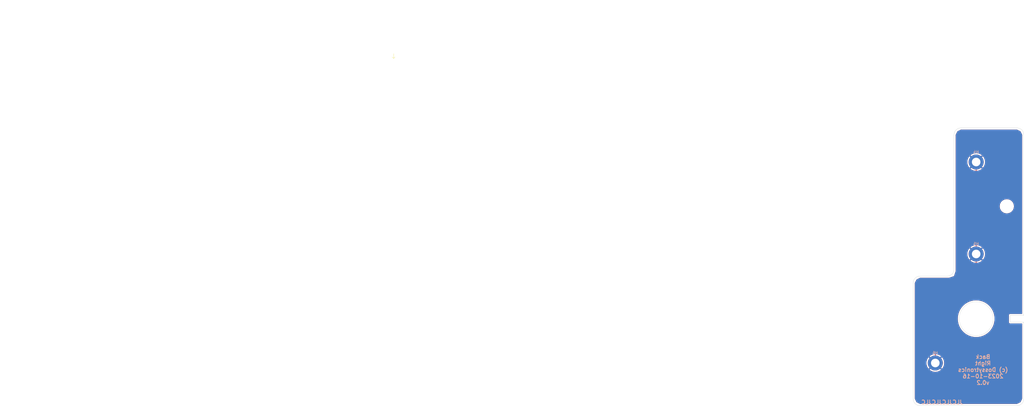
<source format=kicad_pcb>
(kicad_pcb (version 20211014) (generator pcbnew)
  (title_block (title "Right ear for keyboard adpater to Model A/B") (date "2023-10-16") (rev "v0.2") (company "Dossytronics"))
  (layers (0 "F.Cu" signal) (31 "B.Cu" signal) (34 "B.Paste" user) (35 "F.Paste" user) (36 "B.SilkS" user "B.Silkscreen") (37 "F.SilkS" user "F.Silkscreen") (38 "B.Mask" user) (39 "F.Mask" user) (44 "Edge.Cuts" user))
  (net 0 "")
  (net 1 "GND")
  (footprint "MountingHole:MountingHole_4.3mm_M4" (layer "F.Cu") (at 157.48 105.41)
    (fp_text reference "H7" hide)
    (fp_text value "HoleThru")
    (pad "" np_thru_hole circle (at 0 0) (size 4.3 4.3) (drill 4.3) (layers *.Cu *.Mask))
  )
  (footprint "MountingHole:MountingHole_3.2mm_M3_DIN965_Pad" (layer "F.Cu") (at 146.05 88.9)
    (fp_text reference "H4" (at 0 -3.8) (layer "B.SilkS") (effects (justify mirror)))
    (fp_text value "bkplt")
    (pad "1" thru_hole circle (at 0 0) (size 5.6 5.6) (drill 3.2) (layers *.Cu *.Mask) (net 1 "GND"))
  )
  (footprint "MountingHole:MountingHole_3.2mm_M3_DIN965_Pad" (layer "F.Cu") (at 130.81 163.83)
    (fp_text reference "H6" (at 0 -3.8) (layer "B.SilkS") (effects (justify mirror)))
    (fp_text value "bkplt")
    (pad "1" thru_hole circle (at 0 0) (size 5.6 5.6) (drill 3.2) (layers *.Cu *.Mask) (net 1 "GND"))
  )
  (footprint "MountingHole:MountingHole_3.2mm_M3_DIN965_Pad" (layer "F.Cu") (at 146.05 123.19)
    (fp_text reference "H5" (at 0 -3.8) (layer "B.SilkS") (effects (justify mirror)))
    (fp_text value "bkplt")
    (pad "1" thru_hole circle (at 0 0) (size 5.6 5.6) (drill 3.2) (layers *.Cu *.Mask) (net 1 "GND"))
  )
  (gr_line (start -71.12 48.514) (end -71.12 50.292) (layer "F.SilkS") (width 0.15))
  (gr_line (start -71.12 50.292) (end -71.628 49.784) (layer "F.SilkS") (width 0.15))
  (gr_line (start -71.12 50.292) (end -70.612 49.784) (layer "F.SilkS") (width 0.15))
  (gr_arc (start 122.555 133.985) (mid 123.298949 132.188949) (end 125.095 131.445) (layer "Edge.Cuts") (width 0.1))
  (gr_line (start 122.555 177.165) (end 122.555 133.985) (layer "Edge.Cuts") (width 0.1))
  (gr_line (start 137.795 128.905) (end 137.795 78.74) (layer "Edge.Cuts") (width 0.1))
  (gr_line (start 163.83 177.165) (end 163.83 148.59) (layer "Edge.Cuts") (width 0.1))
  (gr_line (start 158.75 148.59) (end 158.75 146.05) (layer "Edge.Cuts") (width 0.1))
  (gr_line (start 158.75 146.05) (end 163.83 146.05) (layer "Edge.Cuts") (width 0.1))
  (gr_line (start 163.83 146.05) (end 163.83 78.74) (layer "Edge.Cuts") (width 0.1))
  (gr_arc (start 161.29 76.2) (mid 163.086051 76.943949) (end 163.83 78.74) (layer "Edge.Cuts") (width 0.1))
  (gr_line (start 125.095 179.705) (end 161.29 179.705) (layer "Edge.Cuts") (width 0.1))
  (gr_arc (start 125.095 179.705) (mid 123.298949 178.961051) (end 122.555 177.165) (layer "Edge.Cuts") (width 0.1))
  (gr_line (start 163.83 148.59) (end 158.75 148.59) (layer "Edge.Cuts") (width 0.1))
  (gr_line (start 140.335 76.2) (end 161.29 76.2) (layer "Edge.Cuts") (width 0.1))
  (gr_arc (start 137.795 78.74) (mid 138.538949 76.943949) (end 140.335 76.2) (layer "Edge.Cuts") (width 0.1))
  (gr_arc (start 137.795 128.905) (mid 137.051051 130.701051) (end 135.255 131.445) (layer "Edge.Cuts") (width 0.1))
  (gr_line (start 135.255 131.445) (end 125.095 131.445) (layer "Edge.Cuts") (width 0.1))
  (gr_arc (start 163.83 177.165) (mid 163.086051 178.961051) (end 161.29 179.705) (layer "Edge.Cuts") (width 0.1))
  (gr_circle (center 146.05 147.32) (end 152.4 147.32) (layer "Edge.Cuts") (width 0.1) (fill none))
  (gr_text "Back\nRight\n(c) Dossytronics\n2023-10-16\nv0.2" (at 148.59 166.37) (layer "B.SilkS") (effects (font (size 1.5 1.5) (thickness 0.3)) (justify mirror)))
  (gr_text "JLCJLCJLCJLC" (at 133.35 178.435) (layer "B.SilkS") (effects (font (size 1.5 1.5) (thickness 0.3)) (justify mirror)))
  (segment (start 146.05 128.905) (end 130.81 144.145) (width 0.25) (layer "F.Cu") (net 1))
  (segment (start 130.81 144.145) (end 130.81 163.83) (width 0.25) (layer "F.Cu") (net 1))
  (segment (start 146.05 88.9) (end 146.05 123.19) (width 0.25) (layer "F.Cu") (net 1))
  (segment (start 146.05 123.19) (end 146.05 128.905) (width 0.25) (layer "F.Cu") (net 1))
  (zone (net 1) (net_name "GND") (layers F&B.Cu) (connect_pads (clearance 0.508)) (min_thickness 0.254) (fill yes (thermal_gap 0.508) (thermal_bridge_width 0.508))
    (polygon (pts (xy 162.56 77.47) (xy 163.195 78.74) (xy 163.195 177.165) (xy 162.56 178.435) (xy 161.29 179.07) (xy 125.095 179.07) (xy 123.825 178.435) (xy 123.19 177.165) (xy 123.19 133.985) (xy 123.825 132.715) (xy 125.095 132.08) (xy 135.89 132.08) (xy 137.795 131.445) (xy 138.43 129.54) (xy 138.43 78.74) (xy 139.065 77.47) (xy 140.335 76.835) (xy 161.29 76.835)))
  )
)
</source>
